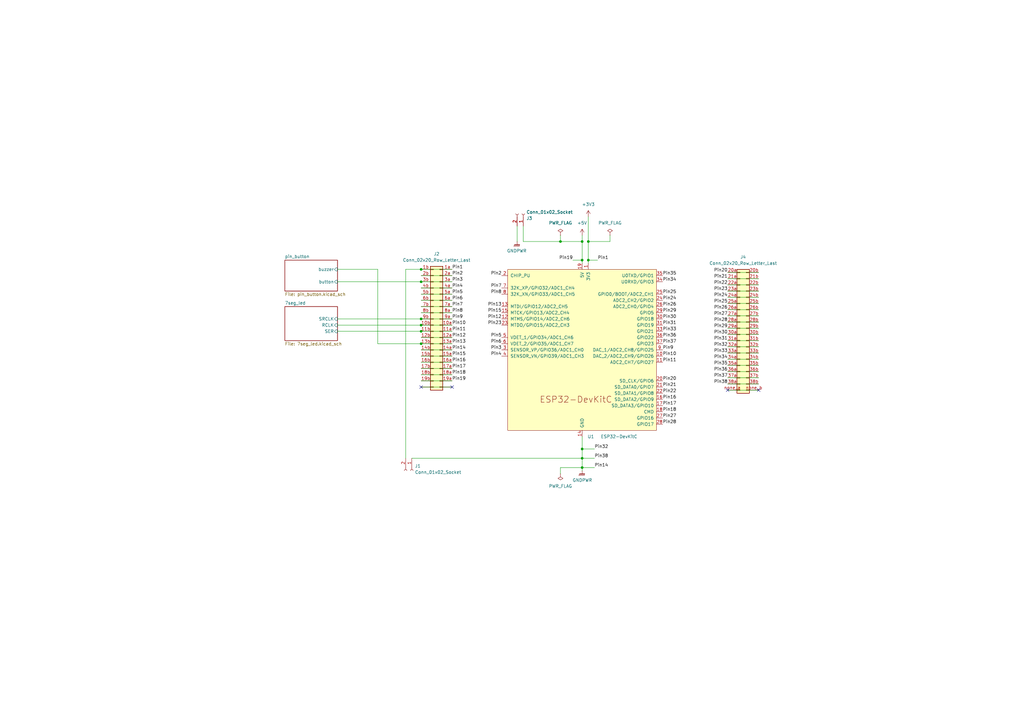
<source format=kicad_sch>
(kicad_sch (version 20231120) (generator "eeschema") (generator_version "8.0")
  (paper "A3")
  (lib_symbols
    (symbol "Conn_02x20_Row_Letter_Last_1" (pin_names (offset 1.016) hide)
      (property "Reference" "J3" (at 1.27 29.21 0))
      (property "Value" "Conn_02x20_Row_Letter_Last" (at 1.27 26.67 0))
      (symbol "Conn_02x20_Row_Letter_Last_1_1_1"
        (rectangle (start -1.27 -25.273) (end 0 -25.527) (stroke (width 0.1524)))
        (rectangle (start -1.27 -22.733) (end 0 -22.987) (stroke (width 0.1524)))
        (rectangle (start -1.27 -20.193) (end 0 -20.447) (stroke (width 0.1524)))
        (rectangle (start -1.27 -17.653) (end 0 -17.907) (stroke (width 0.1524)))
        (rectangle (start -1.27 -15.113) (end 0 -15.367) (stroke (width 0.1524)))
        (rectangle (start -1.27 -12.573) (end 0 -12.827) (stroke (width 0.1524)))
        (rectangle (start -1.27 -10.033) (end 0 -10.287) (stroke (width 0.1524)))
        (rectangle (start -1.27 -7.493) (end 0 -7.747) (stroke (width 0.1524)))
        (rectangle (start -1.27 -4.953) (end 0 -5.207) (stroke (width 0.1524)))
        (rectangle (start -1.27 -2.413) (end 0 -2.667) (stroke (width 0.1524)))
        (rectangle (start -1.27 0.127) (end 0 -0.127) (stroke (width 0.1524)))
        (rectangle (start -1.27 2.667) (end 0 2.413) (stroke (width 0.1524)))
        (rectangle (start -1.27 5.207) (end 0 4.953) (stroke (width 0.1524)))
        (rectangle (start -1.27 7.747) (end 0 7.493) (stroke (width 0.1524)))
        (rectangle (start -1.27 10.287) (end 0 10.033) (stroke (width 0.1524)))
        (rectangle (start -1.27 12.827) (end 0 12.573) (stroke (width 0.1524)))
        (rectangle (start -1.27 15.367) (end 0 15.113) (stroke (width 0.1524)))
        (rectangle (start -1.27 17.907) (end 0 17.653) (stroke (width 0.1524)))
        (rectangle (start -1.27 20.447) (end 0 20.193) (stroke (width 0.1524)))
        (rectangle (start -1.27 22.987) (end 0 22.733) (stroke (width 0.1524)))
        (rectangle (start -1.27 24.13) (end 3.81 -26.67) (stroke (width 0.254)) (fill (type background)))
        (rectangle (start 3.81 -25.273) (end 2.54 -25.527) (stroke (width 0.1524)))
        (rectangle (start 3.81 -22.733) (end 2.54 -22.987) (stroke (width 0.1524)))
        (rectangle (start 3.81 -20.193) (end 2.54 -20.447) (stroke (width 0.1524)))
        (rectangle (start 3.81 -17.653) (end 2.54 -17.907) (stroke (width 0.1524)))
        (rectangle (start 3.81 -15.113) (end 2.54 -15.367) (stroke (width 0.1524)))
        (rectangle (start 3.81 -12.573) (end 2.54 -12.827) (stroke (width 0.1524)))
        (rectangle (start 3.81 -10.033) (end 2.54 -10.287) (stroke (width 0.1524)))
        (rectangle (start 3.81 -7.493) (end 2.54 -7.747) (stroke (width 0.1524)))
        (rectangle (start 3.81 -4.953) (end 2.54 -5.207) (stroke (width 0.1524)))
        (rectangle (start 3.81 -2.413) (end 2.54 -2.667) (stroke (width 0.1524)))
        (rectangle (start 3.81 0.127) (end 2.54 -0.127) (stroke (width 0.1524)))
        (rectangle (start 3.81 2.667) (end 2.54 2.413) (stroke (width 0.1524)))
        (rectangle (start 3.81 5.207) (end 2.54 4.953) (stroke (width 0.1524)))
        (rectangle (start 3.81 7.747) (end 2.54 7.493) (stroke (width 0.1524)))
        (rectangle (start 3.81 10.287) (end 2.54 10.033) (stroke (width 0.1524)))
        (rectangle (start 3.81 12.827) (end 2.54 12.573) (stroke (width 0.1524)))
        (rectangle (start 3.81 15.367) (end 2.54 15.113) (stroke (width 0.1524)))
        (rectangle (start 3.81 17.907) (end 2.54 17.653) (stroke (width 0.1524)))
        (rectangle (start 3.81 20.447) (end 2.54 20.193) (stroke (width 0.1524)))
        (rectangle (start 3.81 22.987) (end 2.54 22.733) (stroke (width 0.1524)))
        (pin passive line (at -5.08 22.86 0) (length 3.81) (name "Pin_20a") (number "20a"))
        (pin passive line (at 7.62 22.86 180) (length 3.81) (name "Pin_20b") (number "20b"))
        (pin passive line (at -5.08 20.32 0) (length 3.81) (name "Pin_21a") (number "21a"))
        (pin passive line (at 7.62 20.32 180) (length 3.81) (name "Pin_21b") (number "21b"))
        (pin passive line (at -5.08 17.78 0) (length 3.81) (name "Pin_22a") (number "22a"))
        (pin passive line (at 7.62 17.78 180) (length 3.81) (name "Pin_22b") (number "22b"))
        (pin passive line (at -5.08 15.24 0) (length 3.81) (name "Pin_23a") (number "23a"))
        (pin passive line (at 7.62 15.24 180) (length 3.81) (name "Pin_23b") (number "23b"))
        (pin passive line (at -5.08 12.7 0) (length 3.81) (name "Pin_24a") (number "24a"))
        (pin passive line (at 7.62 12.7 180) (length 3.81) (name "Pin_24b") (number "24b"))
        (pin passive line (at -5.08 10.16 0) (length 3.81) (name "Pin_25a") (number "25a"))
        (pin passive line (at 7.62 10.16 180) (length 3.81) (name "Pin_25b") (number "25b"))
        (pin passive line (at -5.08 7.62 0) (length 3.81) (name "Pin_26a") (number "26a"))
        (pin passive line (at 7.62 7.62 180) (length 3.81) (name "Pin_26b") (number "26b"))
        (pin passive line (at -5.08 5.08 0) (length 3.81) (name "Pin_27a") (number "27a"))
        (pin passive line (at 7.62 5.08 180) (length 3.81) (name "Pin_27b") (number "27b"))
        (pin passive line (at -5.08 2.54 0) (length 3.81) (name "Pin_28a") (number "28a"))
        (pin passive line (at 7.62 2.54 180) (length 3.81) (name "Pin_28b") (number "28b"))
        (pin passive line (at -5.08 0 0) (length 3.81) (name "Pin_29a") (number "29a"))
        (pin passive line (at 7.62 0 180) (length 3.81) (name "Pin_29b") (number "29b"))
        (pin passive line (at -5.08 -2.54 0) (length 3.81) (name "Pin_30a") (number "30a"))
        (pin passive line (at 7.62 -2.54 180) (length 3.81) (name "Pin_30b") (number "30b"))
        (pin passive line (at -5.08 -5.08 0) (length 3.81) (name "Pin_31a") (number "31a"))
        (pin passive line (at 7.62 -5.08 180) (length 3.81) (name "Pin_31b") (number "31b"))
        (pin passive line (at -5.08 -7.62 0) (length 3.81) (name "Pin_32a") (number "32a"))
        (pin passive line (at 7.62 -7.62 180) (length 3.81) (name "Pin_32b") (number "32b"))
        (pin passive line (at -5.08 -10.16 0) (length 3.81) (name "Pin_33a") (number "33a"))
        (pin passive line (at 7.62 -10.16 180) (length 3.81) (name "Pin_33b") (number "33b"))
        (pin passive line (at -5.08 -12.7 0) (length 3.81) (name "Pin_34a") (number "34a"))
        (pin passive line (at 7.62 -12.7 180) (length 3.81) (name "Pin_34b") (number "34b"))
        (pin passive line (at -5.08 -15.24 0) (length 3.81) (name "Pin_35a") (number "35a"))
        (pin passive line (at 7.62 -15.24 180) (length 3.81) (name "Pin_35b") (number "35b"))
        (pin passive line (at -5.08 -17.78 0) (length 3.81) (name "Pin_36a") (number "36a"))
        (pin passive line (at 7.62 -17.78 180) (length 3.81) (name "Pin_36b") (number "36b"))
        (pin passive line (at -5.08 -20.32 0) (length 3.81) (name "Pin_37a") (number "37a"))
        (pin passive line (at 7.62 -20.32 180) (length 3.81) (name "Pin_37b") (number "37b"))
        (pin passive line (at -5.08 -22.86 0) (length 3.81) (name "Pin_38a") (number "38a"))
        (pin passive line (at 7.62 -22.86 180) (length 3.81) (name "Pin_38b") (number "38b"))
        (pin passive line (at -5.08 -25.4 0) (length 3.81) (name "Pin_none_a") (number "none_a"))
        (pin passive line (at 7.62 -25.4 180) (length 3.81) (name "Pin_none_b") (number "none_b"))
      )
    )
    (symbol "Connector:Conn_01x02_Socket" (pin_names (offset 1.016) hide)
      (property "Reference" "J" (at 0 2.54 0))
      (property "Value" "Conn_01x02_Socket" (at 0 -5.08 0))
      (symbol "Conn_01x02_Socket_1_1"
        (arc (start 0 -2.032) (mid -0.5058 -2.54) (end 0 -3.048) (stroke (width 0.1524)))
        (polyline (pts (xy -1.27 -2.54) (xy -0.508 -2.54)) (stroke (width 0.1524)))
        (polyline (pts (xy -1.27 0) (xy -0.508 0)) (stroke (width 0.1524)))
        (arc (start 0 0.508) (mid -0.5058 0) (end 0 -0.508) (stroke (width 0.1524)))
        (pin passive line (at -5.08 0 0) (length 3.81) (name "Pin_1") (number "1"))
        (pin passive line (at -5.08 -2.54 0) (length 3.81) (name "Pin_2") (number "2"))
      )
    )
    (symbol "Connector_Generic:Conn_02x20_Row_Letter_Last" (pin_names (offset 1.016) hide)
      (property "Reference" "J2" (at 1.27 29.21 0))
      (property "Value" "Conn_02x20_Row_Letter_Last" (at 1.27 26.67 0))
      (symbol "Conn_02x20_Row_Letter_Last_1_1"
        (rectangle (start -1.27 -25.273) (end 0 -25.527) (stroke (width 0.1524)))
        (rectangle (start -1.27 -22.733) (end 0 -22.987) (stroke (width 0.1524)))
        (rectangle (start -1.27 -20.193) (end 0 -20.447) (stroke (width 0.1524)))
        (rectangle (start -1.27 -17.653) (end 0 -17.907) (stroke (width 0.1524)))
        (rectangle (start -1.27 -15.113) (end 0 -15.367) (stroke (width 0.1524)))
        (rectangle (start -1.27 -12.573) (end 0 -12.827) (stroke (width 0.1524)))
        (rectangle (start -1.27 -10.033) (end 0 -10.287) (stroke (width 0.1524)))
        (rectangle (start -1.27 -7.493) (end 0 -7.747) (stroke (width 0.1524)))
        (rectangle (start -1.27 -4.953) (end 0 -5.207) (stroke (width 0.1524)))
        (rectangle (start -1.27 -2.413) (end 0 -2.667) (stroke (width 0.1524)))
        (rectangle (start -1.27 0.127) (end 0 -0.127) (stroke (width 0.1524)))
        (rectangle (start -1.27 2.667) (end 0 2.413) (stroke (width 0.1524)))
        (rectangle (start -1.27 5.207) (end 0 4.953) (stroke (width 0.1524)))
        (rectangle (start -1.27 7.747) (end 0 7.493) (stroke (width 0.1524)))
        (rectangle (start -1.27 10.287) (end 0 10.033) (stroke (width 0.1524)))
        (rectangle (start -1.27 12.827) (end 0 12.573) (stroke (width 0.1524)))
        (rectangle (start -1.27 15.367) (end 0 15.113) (stroke (width 0.1524)))
        (rectangle (start -1.27 17.907) (end 0 17.653) (stroke (width 0.1524)))
        (rectangle (start -1.27 20.447) (end 0 20.193) (stroke (width 0.1524)))
        (rectangle (start -1.27 22.987) (end 0 22.733) (stroke (width 0.1524)))
        (rectangle (start -1.27 24.13) (end 3.81 -26.67) (stroke (width 0.254)) (fill (type background)))
        (rectangle (start 3.81 -25.273) (end 2.54 -25.527) (stroke (width 0.1524)))
        (rectangle (start 3.81 -22.733) (end 2.54 -22.987) (stroke (width 0.1524)))
        (rectangle (start 3.81 -20.193) (end 2.54 -20.447) (stroke (width 0.1524)))
        (rectangle (start 3.81 -17.653) (end 2.54 -17.907) (stroke (width 0.1524)))
        (rectangle (start 3.81 -15.113) (end 2.54 -15.367) (stroke (width 0.1524)))
        (rectangle (start 3.81 -12.573) (end 2.54 -12.827) (stroke (width 0.1524)))
        (rectangle (start 3.81 -10.033) (end 2.54 -10.287) (stroke (width 0.1524)))
        (rectangle (start 3.81 -7.493) (end 2.54 -7.747) (stroke (width 0.1524)))
        (rectangle (start 3.81 -4.953) (end 2.54 -5.207) (stroke (width 0.1524)))
        (rectangle (start 3.81 -2.413) (end 2.54 -2.667) (stroke (width 0.1524)))
        (rectangle (start 3.81 0.127) (end 2.54 -0.127) (stroke (width 0.1524)))
        (rectangle (start 3.81 2.667) (end 2.54 2.413) (stroke (width 0.1524)))
        (rectangle (start 3.81 5.207) (end 2.54 4.953) (stroke (width 0.1524)))
        (rectangle (start 3.81 7.747) (end 2.54 7.493) (stroke (width 0.1524)))
        (rectangle (start 3.81 10.287) (end 2.54 10.033) (stroke (width 0.1524)))
        (rectangle (start 3.81 12.827) (end 2.54 12.573) (stroke (width 0.1524)))
        (rectangle (start 3.81 15.367) (end 2.54 15.113) (stroke (width 0.1524)))
        (rectangle (start 3.81 17.907) (end 2.54 17.653) (stroke (width 0.1524)))
        (rectangle (start 3.81 20.447) (end 2.54 20.193) (stroke (width 0.1524)))
        (rectangle (start 3.81 22.987) (end 2.54 22.733) (stroke (width 0.1524)))
        (pin passive line (at -5.08 -25.4 0) (length 3.81) (name "") (number ""))
        (pin passive line (at 7.62 -25.4 180) (length 3.81) (name "") (number ""))
        (pin passive line (at -5.08 0 0) (length 3.81) (name "Pin_10a") (number "10a"))
        (pin passive line (at 7.62 0 180) (length 3.81) (name "Pin_10b") (number "10b"))
        (pin passive line (at -5.08 -2.54 0) (length 3.81) (name "Pin_11a") (number "11a"))
        (pin passive line (at 7.62 -2.54 180) (length 3.81) (name "Pin_11b") (number "11b"))
        (pin passive line (at -5.08 -5.08 0) (length 3.81) (name "Pin_12a") (number "12a"))
        (pin passive line (at 7.62 -5.08 180) (length 3.81) (name "Pin_12b") (number "12b"))
        (pin passive line (at -5.08 -7.62 0) (length 3.81) (name "Pin_13a") (number "13a"))
        (pin passive line (at 7.62 -7.62 180) (length 3.81) (name "Pin_13b") (number "13b"))
        (pin passive line (at -5.08 -10.16 0) (length 3.81) (name "Pin_14a") (number "14a"))
        (pin passive line (at 7.62 -10.16 180) (length 3.81) (name "Pin_14b") (number "14b"))
        (pin passive line (at -5.08 -12.7 0) (length 3.81) (name "Pin_15a") (number "15a"))
        (pin passive line (at 7.62 -12.7 180) (length 3.81) (name "Pin_15b") (number "15b"))
        (pin passive line (at -5.08 -15.24 0) (length 3.81) (name "Pin_16a") (number "16a"))
        (pin passive line (at 7.62 -15.24 180) (length 3.81) (name "Pin_16b") (number "16b"))
        (pin passive line (at -5.08 -17.78 0) (length 3.81) (name "Pin_17a") (number "17a"))
        (pin passive line (at 7.62 -17.78 180) (length 3.81) (name "Pin_17b") (number "17b"))
        (pin passive line (at -5.08 -20.32 0) (length 3.81) (name "Pin_18a") (number "18a"))
        (pin passive line (at 7.62 -20.32 180) (length 3.81) (name "Pin_18b") (number "18b"))
        (pin passive line (at -5.08 -22.86 0) (length 3.81) (name "Pin_19a") (number "19a"))
        (pin passive line (at 7.62 -22.86 180) (length 3.81) (name "Pin_19b") (number "19b"))
        (pin passive line (at -5.08 22.86 0) (length 3.81) (name "Pin_1a") (number "1a"))
        (pin passive line (at 7.62 22.86 180) (length 3.81) (name "Pin_1b") (number "1b"))
        (pin passive line (at -5.08 20.32 0) (length 3.81) (name "Pin_2a") (number "2a"))
        (pin passive line (at 7.62 20.32 180) (length 3.81) (name "Pin_2b") (number "2b"))
        (pin passive line (at -5.08 17.78 0) (length 3.81) (name "Pin_3a") (number "3a"))
        (pin passive line (at 7.62 17.78 180) (length 3.81) (name "Pin_3b") (number "3b"))
        (pin passive line (at -5.08 15.24 0) (length 3.81) (name "Pin_4a") (number "4a"))
        (pin passive line (at 7.62 15.24 180) (length 3.81) (name "Pin_4b") (number "4b"))
        (pin passive line (at -5.08 12.7 0) (length 3.81) (name "Pin_5a") (number "5a"))
        (pin passive line (at 7.62 12.7 180) (length 3.81) (name "Pin_5b") (number "5b"))
        (pin passive line (at -5.08 10.16 0) (length 3.81) (name "Pin_6a") (number "6a"))
        (pin passive line (at 7.62 10.16 180) (length 3.81) (name "Pin_6b") (number "6b"))
        (pin passive line (at -5.08 7.62 0) (length 3.81) (name "Pin_7a") (number "7a"))
        (pin passive line (at 7.62 7.62 180) (length 3.81) (name "Pin_7b") (number "7b"))
        (pin passive line (at -5.08 5.08 0) (length 3.81) (name "Pin_8a") (number "8a"))
        (pin passive line (at 7.62 5.08 180) (length 3.81) (name "Pin_8b") (number "8b"))
        (pin passive line (at -5.08 2.54 0) (length 3.81) (name "Pin_9a") (number "9a"))
        (pin passive line (at 7.62 2.54 180) (length 3.81) (name "Pin_9b") (number "9b"))
      )
    )
    (symbol "GNDPWR_1" (power) (pin_numbers hide) (pin_names (offset 0) hide)
      (property "Value" "GNDPWR" (at 0 -3.302 0))
      (symbol "GNDPWR_1_0_1"
        (polyline (pts (xy 0 -1.27) (xy 0 0)))
        (polyline (pts (xy -1.016 -1.27) (xy -1.27 -2.032) (xy -1.27 -2.032)) (stroke (width 0.2032)))
        (polyline (pts (xy -0.508 -1.27) (xy -0.762 -2.032) (xy -0.762 -2.032)) (stroke (width 0.2032)))
        (polyline (pts (xy 0 -1.27) (xy -0.254 -2.032) (xy -0.254 -2.032)) (stroke (width 0.2032)))
        (polyline (pts (xy 0.508 -1.27) (xy 0.254 -2.032) (xy 0.254 -2.032)) (stroke (width 0.2032)))
        (polyline (pts (xy 1.016 -1.27) (xy -1.016 -1.27) (xy -1.016 -1.27)) (stroke (width 0.2032)))
        (polyline (pts (xy 1.016 -1.27) (xy 0.762 -2.032) (xy 0.762 -2.032) (xy 0.762 -2.032)) (stroke (width 0.2032)))
      )
      (symbol "GNDPWR_1_1_1"
        (pin power_in line (at 0 0 270) (length 0) (name "~") (number "1"))
      )
    )
    (symbol "PCM_Espressif:ESP32-DevKitC" (pin_names (offset 1.016))
      (property "Reference" "U" (at -30.48 38.1 0))
      (property "Value" "ESP32-DevKitC" (at -30.48 35.56 0))
      (symbol "ESP32-DevKitC_0_0"
        (text "ESP32-DevKitC" (at -2.54 -20.32 0) (effects (font (size 2.54 2.54))))
        (pin power_in line (at 0 -35.56 90) (length 2.54) (name "GND") (number "14"))
        (pin power_in line (at 0 35.56 270) (length 2.54) (name "5V") (number "19"))
      )
      (symbol "ESP32-DevKitC_0_1"
        (rectangle (start -30.48 33.02) (end 30.48 -33.02) (fill (type background)))
      )
      (symbol "ESP32-DevKitC_1_1"
        (pin power_in line (at 2.54 35.56 270) (length 2.54) (name "3V3") (number "1"))
        (pin bidirectional line (at 33.02 -2.54 180) (length 2.54) (name "DAC_2/ADC2_CH9/GPIO26") (number "10"))
        (pin bidirectional line (at 33.02 -5.08 180) (length 2.54) (name "ADC2_CH7/GPIO27") (number "11"))
        (pin bidirectional line (at -33.02 12.7 0) (length 2.54) (name "MTMS/GPIO14/ADC2_CH6") (number "12"))
        (pin bidirectional line (at -33.02 17.78 0) (length 2.54) (name "MTDI/GPIO12/ADC2_CH5") (number "13"))
        (pin bidirectional line (at -33.02 15.24 0) (length 2.54) (name "MTCK/GPIO13/ADC2_CH4") (number "15"))
        (pin bidirectional line (at 33.02 -20.32 180) (length 2.54) (name "SD_DATA2/GPIO9") (number "16"))
        (pin bidirectional line (at 33.02 -22.86 180) (length 2.54) (name "SD_DATA3/GPIO10") (number "17"))
        (pin bidirectional line (at 33.02 -25.4 180) (length 2.54) (name "CMD") (number "18"))
        (pin input line (at -33.02 30.48 0) (length 2.54) (name "CHIP_PU") (number "2"))
        (pin bidirectional line (at 33.02 -12.7 180) (length 2.54) (name "SD_CLK/GPIO6") (number "20"))
        (pin bidirectional line (at 33.02 -15.24 180) (length 2.54) (name "SD_DATA0/GPIO7") (number "21"))
        (pin bidirectional line (at 33.02 -17.78 180) (length 2.54) (name "SD_DATA1/GPIO8") (number "22"))
        (pin bidirectional line (at -33.02 10.16 0) (length 2.54) (name "MTDO/GPIO15/ADC2_CH3") (number "23"))
        (pin bidirectional line (at 33.02 20.32 180) (length 2.54) (name "ADC2_CH2/GPIO2") (number "24"))
        (pin bidirectional line (at 33.02 22.86 180) (length 2.54) (name "GPIO0/BOOT/ADC2_CH1") (number "25"))
        (pin bidirectional line (at 33.02 17.78 180) (length 2.54) (name "ADC2_CH0/GPIO4") (number "26"))
        (pin bidirectional line (at 33.02 -27.94 180) (length 2.54) (name "GPIO16") (number "27"))
        (pin bidirectional line (at 33.02 -30.48 180) (length 2.54) (name "GPIO17") (number "28"))
        (pin bidirectional line (at 33.02 15.24 180) (length 2.54) (name "GPIO5") (number "29"))
        (pin input line (at -33.02 0 0) (length 2.54) (name "SENSOR_VP/GPIO36/ADC1_CH0") (number "3"))
        (pin bidirectional line (at 33.02 12.7 180) (length 2.54) (name "GPIO18") (number "30"))
        (pin bidirectional line (at 33.02 10.16 180) (length 2.54) (name "GPIO19") (number "31"))
        (pin passive line (at 0 -35.56 90) (length 2.54) hide (name "GND") (number "32"))
        (pin bidirectional line (at 33.02 7.62 180) (length 2.54) (name "GPIO21") (number "33"))
        (pin bidirectional line (at 33.02 27.94 180) (length 2.54) (name "U0RXD/GPIO3") (number "34"))
        (pin bidirectional line (at 33.02 30.48 180) (length 2.54) (name "U0TXD/GPIO1") (number "35"))
        (pin bidirectional line (at 33.02 5.08 180) (length 2.54) (name "GPIO22") (number "36"))
        (pin bidirectional line (at 33.02 2.54 180) (length 2.54) (name "GPIO23") (number "37"))
        (pin passive line (at 0 -35.56 90) (length 2.54) hide (name "GND") (number "38"))
        (pin input line (at -33.02 -2.54 0) (length 2.54) (name "SENSOR_VN/GPIO39/ADC1_CH3") (number "4"))
        (pin input line (at -33.02 5.08 0) (length 2.54) (name "VDET_1/GPIO34/ADC1_CH6") (number "5"))
        (pin input line (at -33.02 2.54 0) (length 2.54) (name "VDET_2/GPIO35/ADC1_CH7") (number "6"))
        (pin bidirectional line (at -33.02 25.4 0) (length 2.54) (name "32K_XP/GPIO32/ADC1_CH4") (number "7"))
        (pin bidirectional line (at -33.02 22.86 0) (length 2.54) (name "32K_XN/GPIO33/ADC1_CH5") (number "8"))
        (pin bidirectional line (at 33.02 0 180) (length 2.54) (name "DAC_1/ADC2_CH8/GPIO25") (number "9"))
      )
    )
    (symbol "control-rescue:+3.3V-power" (power) (pin_names (offset 0))
      (property "Value" "+3.3V-power" (at 0 3.556 0))
      (symbol "+3.3V-power_0_1"
        (polyline (pts (xy -0.762 1.27) (xy 0 2.54)))
        (polyline (pts (xy 0 0) (xy 0 2.54)))
        (polyline (pts (xy 0 2.54) (xy 0.762 1.27)))
      )
      (symbol "+3.3V-power_1_1"
        (pin power_in line (at 0 0 90) (length 0) hide (name "+3V3") (number "1"))
      )
    )
    (symbol "power:+5V" (power) (pin_names (offset 0))
      (property "Value" "+5V" (at 0 3.556 0))
      (symbol "+5V_0_1"
        (polyline (pts (xy -0.762 1.27) (xy 0 2.54)))
        (polyline (pts (xy 0 0) (xy 0 2.54)))
        (polyline (pts (xy 0 2.54) (xy 0.762 1.27)))
      )
      (symbol "+5V_1_1"
        (pin power_in line (at 0 0 90) (length 0) hide (name "+5V") (number "1"))
      )
    )
    (symbol "power:GNDPWR" (power) (pin_names (offset 0))
      (property "Value" "GNDPWR" (at 0 -3.302 0))
      (symbol "GNDPWR_0_1"
        (polyline (pts (xy 0 -1.27) (xy 0 0)))
        (polyline (pts (xy -1.016 -1.27) (xy -1.27 -2.032) (xy -1.27 -2.032)) (stroke (width 0.2032)))
        (polyline (pts (xy -0.508 -1.27) (xy -0.762 -2.032) (xy -0.762 -2.032)) (stroke (width 0.2032)))
        (polyline (pts (xy 0 -1.27) (xy -0.254 -2.032) (xy -0.254 -2.032)) (stroke (width 0.2032)))
        (polyline (pts (xy 0.508 -1.27) (xy 0.254 -2.032) (xy 0.254 -2.032)) (stroke (width 0.2032)))
        (polyline (pts (xy 1.016 -1.27) (xy -1.016 -1.27) (xy -1.016 -1.27)) (stroke (width 0.2032)))
        (polyline (pts (xy 1.016 -1.27) (xy 0.762 -2.032) (xy 0.762 -2.032) (xy 0.762 -2.032)) (stroke (width 0.2032)))
      )
      (symbol "GNDPWR_1_1"
        (pin power_in line (at 0 0 270) (length 0) hide (name "GNDPWR") (number "1"))
      )
    )
    (symbol "power:PWR_FLAG" (power) (pin_numbers hide) (pin_names (offset 0) hide)
      (property "Value" "PWR_FLAG" (at 0 3.81 0))
      (symbol "PWR_FLAG_0_0"
        (pin power_out line (at 0 0 90) (length 0) (name "pwr") (number "1"))
      )
      (symbol "PWR_FLAG_0_1"
        (polyline (pts (xy 0 0) (xy 0 1.27) (xy -1.016 1.905) (xy 0 2.54) (xy 1.016 1.905) (xy 0 1.27)))
      )
    )
  )
  (junction (at 172.72 130.81))
  (junction (at 172.72 140.97))
  (junction (at 241.3 106.68))
  (junction (at 172.72 133.35))
  (junction (at 238.76 191.77))
  (junction (at 241.3 99.06))
  (junction (at 172.72 110.49))
  (junction (at 238.76 187.96))
  (junction (at 238.76 106.68))
  (junction (at 229.87 99.06))
  (junction (at 172.72 115.57))
  (junction (at 172.72 135.89))
  (junction (at 238.76 99.06))
  (junction (at 238.76 184.15))
  (no_connect (at 185.42 158.75))
  (no_connect (at 172.72 158.75))
  (no_connect (at 298.45 160.02))
  (no_connect (at 311.15 160.02))
  (wire (pts (xy 172.72 110.49) (xy 185.42 110.49)))
  (wire (pts (xy 238.76 99.06) (xy 238.76 106.68)))
  (wire (pts (xy 172.72 113.03) (xy 185.42 113.03)))
  (wire (pts (xy 298.45 147.32) (xy 311.15 147.32)))
  (wire (pts (xy 298.45 132.08) (xy 311.15 132.08)))
  (wire (pts (xy 172.72 115.57) (xy 185.42 115.57)))
  (wire (pts (xy 172.72 133.35) (xy 185.42 133.35)))
  (wire (pts (xy 298.45 157.48) (xy 311.15 157.48)))
  (wire (pts (xy 138.43 133.35) (xy 172.72 133.35)))
  (wire (pts (xy 172.72 153.67) (xy 185.42 153.67)))
  (wire (pts (xy 298.45 119.38) (xy 311.15 119.38)))
  (wire (pts (xy 238.76 184.15) (xy 243.84 184.15)))
  (wire (pts (xy 298.45 144.78) (xy 311.15 144.78)))
  (wire (pts (xy 241.3 106.68) (xy 241.3 107.95)))
  (wire (pts (xy 138.43 135.89) (xy 172.72 135.89)))
  (wire (pts (xy 172.72 125.73) (xy 185.42 125.73)))
  (wire (pts (xy 214.63 99.06) (xy 229.87 99.06)))
  (wire (pts (xy 172.72 110.49) (xy 166.37 110.49)))
  (wire (pts (xy 138.43 110.49) (xy 154.94 110.49)))
  (wire (pts (xy 238.76 193.04) (xy 238.76 191.77)))
  (wire (pts (xy 168.91 187.96) (xy 238.76 187.96)))
  (wire (pts (xy 172.72 151.13) (xy 185.42 151.13)))
  (wire (pts (xy 172.72 118.11) (xy 185.42 118.11)))
  (wire (pts (xy 298.45 160.02) (xy 311.15 160.02)))
  (wire (pts (xy 241.3 106.68) (xy 245.11 106.68)))
  (wire (pts (xy 298.45 154.94) (xy 311.15 154.94)))
  (wire (pts (xy 298.45 129.54) (xy 311.15 129.54)))
  (wire (pts (xy 138.43 115.57) (xy 172.72 115.57)))
  (wire (pts (xy 172.72 135.89) (xy 185.42 135.89)))
  (wire (pts (xy 298.45 116.84) (xy 311.15 116.84)))
  (wire (pts (xy 172.72 123.19) (xy 185.42 123.19)))
  (wire (pts (xy 238.76 96.52) (xy 238.76 99.06)))
  (wire (pts (xy 172.72 138.43) (xy 185.42 138.43)))
  (wire (pts (xy 238.76 187.96) (xy 243.84 187.96)))
  (wire (pts (xy 172.72 128.27) (xy 185.42 128.27)))
  (wire (pts (xy 238.76 106.68) (xy 238.76 107.95)))
  (wire (pts (xy 241.3 99.06) (xy 250.19 99.06)))
  (wire (pts (xy 298.45 124.46) (xy 311.15 124.46)))
  (wire (pts (xy 238.76 187.96) (xy 238.76 191.77)))
  (wire (pts (xy 212.09 92.71) (xy 212.09 99.06)))
  (wire (pts (xy 298.45 134.62) (xy 311.15 134.62)))
  (wire (pts (xy 298.45 139.7) (xy 311.15 139.7)))
  (wire (pts (xy 229.87 99.06) (xy 238.76 99.06)))
  (wire (pts (xy 298.45 137.16) (xy 311.15 137.16)))
  (wire (pts (xy 238.76 191.77) (xy 229.87 191.77)))
  (wire (pts (xy 172.72 158.75) (xy 185.42 158.75)))
  (wire (pts (xy 298.45 152.4) (xy 311.15 152.4)))
  (wire (pts (xy 138.43 130.81) (xy 172.72 130.81)))
  (wire (pts (xy 172.72 146.05) (xy 185.42 146.05)))
  (wire (pts (xy 238.76 179.07) (xy 238.76 184.15)))
  (wire (pts (xy 229.87 191.77) (xy 229.87 194.31)))
  (wire (pts (xy 298.45 114.3) (xy 311.15 114.3)))
  (wire (pts (xy 298.45 111.76) (xy 311.15 111.76)))
  (wire (pts (xy 241.3 88.9) (xy 241.3 99.06)))
  (wire (pts (xy 172.72 130.81) (xy 185.42 130.81)))
  (wire (pts (xy 172.72 143.51) (xy 185.42 143.51)))
  (wire (pts (xy 238.76 191.77) (xy 243.84 191.77)))
  (wire (pts (xy 234.95 106.68) (xy 238.76 106.68)))
  (wire (pts (xy 172.72 120.65) (xy 185.42 120.65)))
  (wire (pts (xy 154.94 110.49) (xy 154.94 140.97)))
  (wire (pts (xy 238.76 184.15) (xy 238.76 187.96)))
  (wire (pts (xy 298.45 127) (xy 311.15 127)))
  (wire (pts (xy 172.72 140.97) (xy 185.42 140.97)))
  (wire (pts (xy 298.45 121.92) (xy 311.15 121.92)))
  (wire (pts (xy 250.19 99.06) (xy 250.19 96.52)))
  (wire (pts (xy 214.63 99.06) (xy 214.63 92.71)))
  (wire (pts (xy 172.72 156.21) (xy 185.42 156.21)))
  (wire (pts (xy 298.45 142.24) (xy 311.15 142.24)))
  (wire (pts (xy 166.37 110.49) (xy 166.37 187.96)))
  (wire (pts (xy 298.45 149.86) (xy 311.15 149.86)))
  (wire (pts (xy 172.72 148.59) (xy 185.42 148.59)))
  (wire (pts (xy 154.94 140.97) (xy 172.72 140.97)))
  (wire (pts (xy 241.3 99.06) (xy 241.3 106.68)))
  (wire (pts (xy 229.87 96.52) (xy 229.87 99.06)))
  (label "Pin24" (at 298.45 121.92 180))
  (label "Pin34" (at 298.45 147.32 180))
  (label "Pin33" (at 298.45 144.78 180))
  (label "Pin8" (at 185.42 128.27 0))
  (label "Pin7" (at 205.74 118.11 180))
  (label "Pin22" (at 271.78 161.29 0))
  (label "Pin31" (at 298.45 139.7 180))
  (label "Pin23" (at 205.74 133.35 180))
  (label "Pin27" (at 298.45 129.54 180))
  (label "Pin14" (at 243.84 191.77 0))
  (label "Pin34" (at 271.78 115.57 0))
  (label "Pin21" (at 298.45 114.3 180))
  (label "Pin32" (at 298.45 142.24 180))
  (label "Pin22" (at 298.45 116.84 180))
  (label "Pin6" (at 205.74 140.97 180))
  (label "Pin8" (at 205.74 120.65 180))
  (label "Pin12" (at 205.74 130.81 180))
  (label "Pin29" (at 271.78 128.27 0))
  (label "Pin38" (at 243.84 187.96 0))
  (label "Pin30" (at 298.45 137.16 180))
  (label "Pin15" (at 205.74 128.27 180))
  (label "Pin19" (at 234.95 106.68 180))
  (label "Pin11" (at 185.42 135.89 0))
  (label "Pin31" (at 271.78 133.35 0))
  (label "Pin16" (at 271.78 163.83 0))
  (label "Pin2" (at 205.74 113.03 180))
  (label "Pin28" (at 298.45 132.08 180))
  (label "Pin10" (at 271.78 146.05 0))
  (label "Pin5" (at 185.42 120.65 0))
  (label "Pin19" (at 185.42 156.21 0))
  (label "Pin5" (at 205.74 138.43 180))
  (label "Pin25" (at 298.45 124.46 180))
  (label "Pin32" (at 243.84 184.15 0))
  (label "Pin9" (at 271.78 143.51 0))
  (label "Pin13" (at 205.74 125.73 180))
  (label "Pin33" (at 271.78 135.89 0))
  (label "Pin17" (at 185.42 151.13 0))
  (label "Pin10" (at 185.42 133.35 0))
  (label "Pin4" (at 185.42 118.11 0))
  (label "Pin4" (at 205.74 146.05 180))
  (label "Pin37" (at 271.78 140.97 0))
  (label "Pin29" (at 298.45 134.62 180))
  (label "Pin28" (at 271.78 173.99 0))
  (label "Pin26" (at 271.78 125.73 0))
  (label "Pin13" (at 185.42 140.97 0))
  (label "Pin20" (at 271.78 156.21 0))
  (label "Pin21" (at 271.78 158.75 0))
  (label "Pin1" (at 245.11 106.68 0))
  (label "Pin36" (at 298.45 152.4 180))
  (label "Pin2" (at 185.42 113.03 0))
  (label "Pin35" (at 271.78 113.03 0))
  (label "Pin18" (at 271.78 168.91 0))
  (label "Pin27" (at 271.78 171.45 0))
  (label "Pin16" (at 185.42 148.59 0))
  (label "Pin6" (at 185.42 123.19 0))
  (label "Pin30" (at 271.78 130.81 0))
  (label "Pin9" (at 185.42 130.81 0))
  (label "Pin37" (at 298.45 154.94 180))
  (label "Pin3" (at 205.74 143.51 180))
  (label "Pin24" (at 271.78 123.19 0))
  (label "Pin23" (at 298.45 119.38 180))
  (label "Pin1" (at 185.42 110.49 0))
  (label "Pin12" (at 185.42 138.43 0))
  (label "Pin3" (at 185.42 115.57 0))
  (label "Pin11" (at 271.78 148.59 0))
  (label "Pin20" (at 298.45 111.76 180))
  (label "Pin35" (at 298.45 149.86 180))
  (label "Pin25" (at 271.78 120.65 0))
  (label "Pin17" (at 271.78 166.37 0))
  (label "Pin36" (at 271.78 138.43 0))
  (label "Pin14" (at 185.42 143.51 0))
  (label "Pin38" (at 298.45 157.48 180))
  (label "Pin26" (at 298.45 127 180))
  (label "Pin18" (at 185.42 153.67 0))
  (label "Pin7" (at 185.42 125.73 0))
  (label "Pin15" (at 185.42 146.05 0))
  (symbol (lib_id "power:GNDPWR") (at 238.76 193.04 0) (unit 1)
    (property "Reference" "#PWR03" (effects (hide yes)))
    (property "Value" "GNDPWR" (at 238.8616 196.9516 0))
  )
  (symbol (lib_name "Conn_02x20_Row_Letter_Last_1") (lib_id "Connector_Generic:Conn_02x20_Row_Letter_Last") (at 303.53 134.62 0) (unit 1)
    (property "Reference" "J4" (at 304.8 105.41 0))
    (property "Value" "Conn_02x20_Row_Letter_Last" (at 304.8 107.95 0))
    (property "Footprint" "MyPartsLibrary:PinSocket_2x20_P2.54mm_20a_38a" (effects (hide yes)))
  )
  (symbol (lib_id "control-rescue:+3.3V-power") (at 241.3 88.9 0) (unit 1)
    (property "Reference" "#PWR04" (effects (hide yes)))
    (property "Value" "+3V3" (at 241.3 83.82 0))
  )
  (symbol (lib_id "Connector:Conn_01x02_Socket") (at 214.63 87.63 270) (mirror x) (unit 1)
    (property "Reference" "J3" (at 215.9 89.535 90) (effects (justify left)))
    (property "Value" "Conn_01x02_Socket" (at 215.9 86.995 90) (effects (justify left)))
    (property "Footprint" "Connector_PinHeader_2.54mm:PinHeader_1x02_P2.54mm_Vertical" (effects (hide yes)))
  )
  (symbol (lib_id "Connector_Generic:Conn_02x20_Row_Letter_Last") (at 180.34 133.35 0) (mirror y) (unit 1)
    (property "Reference" "J2" (at 179.07 104.14 0))
    (property "Value" "Conn_02x20_Row_Letter_Last" (at 179.07 106.68 0))
    (property "Footprint" "MyPartsLibrary:PinSocket_2x20_P2.54mm_1a-19a" (effects (hide yes)))
  )
  (symbol (lib_id "PCM_Espressif:ESP32-DevKitC") (at 238.76 143.51 0) (unit 1)
    (property "Reference" "U1" (at 240.9541 179.07 0) (effects (justify left)))
    (property "Value" "ESP32-DevKitC" (at 246.38 179.07 0) (effects (justify left)))
    (property "Footprint" "MyPartsLibrary:ESP32-DevKitC" (effects (hide yes)))
    (property "Datasheet" "https://docs.espressif.com/projects/esp-idf/zh_CN/latest/esp32/hw-reference/esp32/get-started-devkitc.html" (effects (hide yes)))
  )
  (symbol (lib_id "Connector:Conn_01x02_Socket") (at 168.91 193.04 270) (unit 1)
    (property "Reference" "J1" (at 170.18 191.135 90) (effects (justify left)))
    (property "Value" "Conn_01x02_Socket" (at 170.18 193.675 90) (effects (justify left)))
    (property "Footprint" "Connector_PinHeader_2.54mm:PinHeader_1x02_P2.54mm_Vertical" (effects (hide yes)))
  )
  (symbol (lib_id "power:PWR_FLAG") (at 229.87 194.31 180) (unit 1)
    (property "Reference" "#FLG02" (effects (hide yes)))
    (property "Value" "PWR_FLAG" (at 229.87 199.39 0))
  )
  (symbol (lib_name "GNDPWR_1") (lib_id "power:GNDPWR") (at 212.09 99.06 0) (unit 1)
    (property "Reference" "#PWR01" (effects (hide yes)))
    (property "Value" "GNDPWR" (at 211.963 102.87 0))
    (property "Description" "Power symbol creates a global label with name \"GNDPWR\" , global ground" (effects (hide yes)))
  )
  (symbol (lib_id "power:PWR_FLAG") (at 229.87 96.52 0) (mirror y) (unit 1)
    (property "Reference" "#FLG01" (effects (hide yes)))
    (property "Value" "PWR_FLAG" (at 229.87 91.44 0))
  )
  (symbol (lib_id "power:PWR_FLAG") (at 250.19 96.52 0) (mirror y) (unit 1)
    (property "Reference" "#FLG03" (effects (hide yes)))
    (property "Value" "PWR_FLAG" (at 250.19 91.44 0))
  )
  (symbol (lib_id "power:+5V") (at 238.76 96.52 0) (unit 1)
    (property "Reference" "#PWR02" (effects (hide yes)))
    (property "Value" "+5V" (at 238.76 91.44 0))
  )
  (sheet (at 116.84 106.68) (size 21.59 12.7) (stroke (width 0.1524))
    (property "Sheetname" "pin_button" (at 116.84 105.9684 0) (effects (justify left bottom)))
    (property "Sheetfile" "pin_button.kicad_sch" (at 116.84 119.9646 0) (effects (justify left top)))
    (pin "button" input (at 138.43 115.57 0))
    (pin "buzzer" input (at 138.43 110.49 0))
  )
  (sheet (at 116.84 125.73) (size 21.59 13.97) (stroke (width 0.1524))
    (property "Sheetname" "7seg_led" (at 116.84 125.0184 0) (effects (justify left bottom)))
    (property "Sheetfile" "7seg_led.kicad_sch" (at 116.84 140.2846 0) (effects (justify left top)))
    (pin "SER" input (at 138.43 135.89 0))
    (pin "RCLK" input (at 138.43 133.35 0))
    (pin "SRCLK" input (at 138.43 130.81 0))
  )
)
</source>
